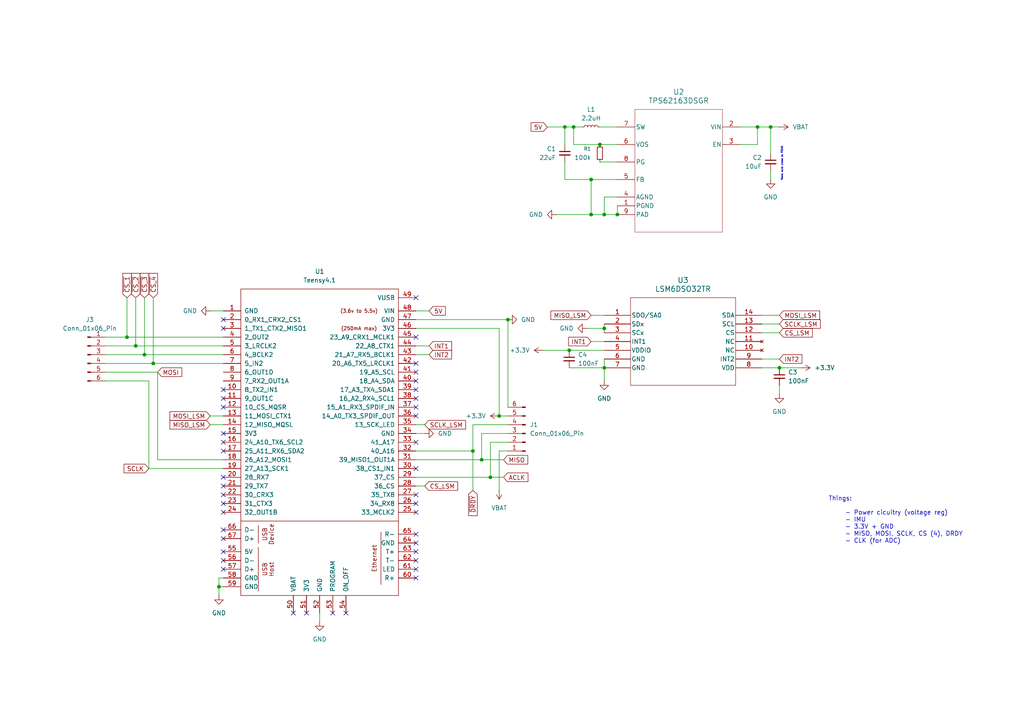
<source format=kicad_sch>
(kicad_sch (version 20250114) (generator "eeschema") (generator_version "9.0")
  (paper "A4")
  (lib_symbols
    (symbol "Connector:Conn_01x06_Pin" (pin_names (offset 1.016) (hide yes))
      (property "Reference" "J" (at 0 7.62 0))
      (property "Value" "Conn_01x06_Pin" (at 0 -10.16 0))
      (symbol "Conn_01x06_Pin_1_1"
        (rectangle (start 0.8636 5.207) (end 0 4.953) (stroke (width 0.1524)) (fill (type outline)))
        (rectangle (start 0.8636 2.667) (end 0 2.413) (stroke (width 0.1524)) (fill (type outline)))
        (rectangle (start 0.8636 0.127) (end 0 -0.127) (stroke (width 0.1524)) (fill (type outline)))
        (rectangle (start 0.8636 -2.413) (end 0 -2.667) (stroke (width 0.1524)) (fill (type outline)))
        (rectangle (start 0.8636 -4.953) (end 0 -5.207) (stroke (width 0.1524)) (fill (type outline)))
        (rectangle (start 0.8636 -7.493) (end 0 -7.747) (stroke (width 0.1524)) (fill (type outline)))
        (polyline (pts (xy 1.27 5.08) (xy 0.8636 5.08)) (stroke (width 0.1524)))
        (polyline (pts (xy 1.27 2.54) (xy 0.8636 2.54)) (stroke (width 0.1524)))
        (polyline (pts (xy 1.27 0) (xy 0.8636 0)) (stroke (width 0.1524)))
        (polyline (pts (xy 1.27 -2.54) (xy 0.8636 -2.54)) (stroke (width 0.1524)))
        (polyline (pts (xy 1.27 -5.08) (xy 0.8636 -5.08)) (stroke (width 0.1524)))
        (polyline (pts (xy 1.27 -7.62) (xy 0.8636 -7.62)) (stroke (width 0.1524)))
        (pin passive line (at 5.08 5.08 180) (length 3.81) (name "Pin_1") (number "1"))
        (pin passive line (at 5.08 2.54 180) (length 3.81) (name "Pin_2") (number "2"))
        (pin passive line (at 5.08 0 180) (length 3.81) (name "Pin_3") (number "3"))
        (pin passive line (at 5.08 -2.54 180) (length 3.81) (name "Pin_4") (number "4"))
        (pin passive line (at 5.08 -5.08 180) (length 3.81) (name "Pin_5") (number "5"))
        (pin passive line (at 5.08 -7.62 180) (length 3.81) (name "Pin_6") (number "6"))
      )
    )
    (symbol "Device:C_Small" (pin_numbers (hide yes)) (pin_names (offset 0.254) (hide yes))
      (property "Reference" "C" (at 0.254 1.778 0))
      (property "Value" "C_Small" (at 0.254 -2.032 0))
      (symbol "C_Small_0_1"
        (polyline (pts (xy -1.524 0.508) (xy 1.524 0.508)) (stroke (width 0.3048)))
        (polyline (pts (xy -1.524 -0.508) (xy 1.524 -0.508)) (stroke (width 0.3302)))
      )
      (symbol "C_Small_1_1"
        (pin passive line (at 0 2.54 270) (length 2.032) (name "~") (number "1"))
        (pin passive line (at 0 -2.54 90) (length 2.032) (name "~") (number "2"))
      )
    )
    (symbol "Device:L_Small" (pin_numbers (hide yes)) (pin_names (offset 0.254) (hide yes))
      (property "Reference" "L" (at 0.762 1.016 0))
      (property "Value" "L_Small" (at 0.762 -1.016 0))
      (symbol "L_Small_0_1"
        (arc (start 0 2.032) (mid 0.5058 1.524) (end 0 1.016))
        (arc (start 0 1.016) (mid 0.5058 0.508) (end 0 0))
        (arc (start 0 0) (mid 0.5058 -0.508) (end 0 -1.016))
        (arc (start 0 -1.016) (mid 0.5058 -1.524) (end 0 -2.032))
      )
      (symbol "L_Small_1_1"
        (pin passive line (at 0 2.54 270) (length 0.508) (name "~") (number "1"))
        (pin passive line (at 0 -2.54 90) (length 0.508) (name "~") (number "2"))
      )
    )
    (symbol "Device:R_Small" (pin_numbers (hide yes)) (pin_names (offset 0.254) (hide yes))
      (property "Reference" "R" (at 0 0 90))
      (property "Value" "R_Small" (at 1.778 0 90))
      (symbol "R_Small_0_1"
        (rectangle (start -0.762 1.778) (end 0.762 -1.778) (stroke (width 0.2032)))
      )
      (symbol "R_Small_1_1"
        (pin passive line (at 0 2.54 270) (length 0.762) (name "~") (number "1"))
        (pin passive line (at 0 -2.54 90) (length 0.762) (name "~") (number "2"))
      )
    )
    (symbol "breakout_lib:LSM6DSO32TR" (pin_names (offset 0.254))
      (property "Reference" "U" (at 22.86 10.16 0))
      (property "Value" "LSM6DSO32TR" (at 22.86 7.62 0))
      (symbol "LSM6DSO32TR_0_1"
        (polyline (pts (xy 7.62 5.08) (xy 7.62 -20.32)) (stroke (width 0.127)))
        (polyline (pts (xy 7.62 -20.32) (xy 38.1 -20.32)) (stroke (width 0.127)))
        (polyline (pts (xy 38.1 5.08) (xy 7.62 5.08)) (stroke (width 0.127)))
        (polyline (pts (xy 38.1 -20.32) (xy 38.1 5.08)) (stroke (width 0.127)))
        (pin bidirectional line (at 0 0 0) (length 7.62) (name "SDO/SA0") (number "1"))
        (pin unspecified line (at 0 -2.54 0) (length 7.62) (name "SDx") (number "2"))
        (pin unspecified line (at 0 -5.08 0) (length 7.62) (name "SCx") (number "3"))
        (pin output line (at 0 -7.62 0) (length 7.62) (name "INT1") (number "4"))
        (pin power_in line (at 0 -10.16 0) (length 7.62) (name "VDDIO") (number "5"))
        (pin power_out line (at 0 -12.7 0) (length 7.62) (name "GND") (number "6"))
        (pin power_out line (at 0 -15.24 0) (length 7.62) (name "GND") (number "7"))
        (pin bidirectional line (at 45.72 0 180) (length 7.62) (name "SDA") (number "14"))
        (pin input line (at 45.72 -2.54 180) (length 7.62) (name "SCL") (number "13"))
        (pin input line (at 45.72 -5.08 180) (length 7.62) (name "CS") (number "12"))
        (pin no_connect line (at 45.72 -7.62 180) (length 7.62) (name "NC") (number "11"))
        (pin no_connect line (at 45.72 -10.16 180) (length 7.62) (name "NC") (number "10"))
        (pin output line (at 45.72 -12.7 180) (length 7.62) (name "INT2") (number "9"))
        (pin power_in line (at 45.72 -15.24 180) (length 7.62) (name "VDD") (number "8"))
      )
    )
    (symbol "breakout_lib:TPS62163DSGR" (pin_names (offset 0.254))
      (property "Reference" "U" (at 0 2.54 0))
      (property "Value" "TPS62163DSGR" (at 0 0 0))
      (symbol "TPS62163DSGR_0_1"
        (polyline (pts (xy -12.7 17.78) (xy -12.7 -17.78)) (stroke (width 0.1016)))
        (polyline (pts (xy -12.7 -17.78) (xy 12.7 -17.78)) (stroke (width 0.1016)))
        (polyline (pts (xy 12.7 17.78) (xy -12.7 17.78)) (stroke (width 0.1016)))
        (polyline (pts (xy 12.7 -17.78) (xy 12.7 17.78)) (stroke (width 0.1016)))
        (pin power_in line (at -17.78 12.7 0) (length 5.08) (name "VIN") (number "2"))
        (pin input line (at -17.78 7.62 0) (length 5.08) (name "EN") (number "3"))
        (pin input line (at 17.78 7.62 180) (length 5.08) (name "VOS") (number "6"))
        (pin tri_state line (at 17.78 2.54 180) (length 5.08) (name "PG") (number "8"))
        (pin input line (at 17.78 -2.54 180) (length 5.08) (name "FB") (number "5"))
      )
      (symbol "TPS62163DSGR_1_1"
        (pin power_out line (at 17.78 12.7 180) (length 5.08) (name "SW") (number "7"))
        (pin bidirectional line (at 17.78 -7.62 180) (length 5.08) (name "AGND") (number "4"))
        (pin bidirectional line (at 17.78 -10.16 180) (length 5.08) (name "PGND") (number "1"))
        (pin bidirectional line (at 17.78 -12.7 180) (length 5.08) (name "PAD") (number "9"))
      )
    )
    (symbol "power:+3.3V" (power) (pin_numbers (hide yes)) (pin_names (offset 0) (hide yes))
      (property "Value" "+3.3V" (at 0 3.556 0))
      (symbol "+3.3V_0_1"
        (polyline (pts (xy -0.762 1.27) (xy 0 2.54)))
        (polyline (pts (xy 0 2.54) (xy 0.762 1.27)))
        (polyline (pts (xy 0 0) (xy 0 2.54)))
      )
      (symbol "+3.3V_1_1"
        (pin power_in line (at 0 0 90) (length 0) (name "~") (number "1"))
      )
    )
    (symbol "power:GND" (power) (pin_numbers (hide yes)) (pin_names (offset 0) (hide yes))
      (property "Value" "GND" (at 0 -3.81 0))
      (symbol "GND_0_1"
        (polyline (pts (xy 0 0) (xy 0 -1.27) (xy 1.27 -1.27) (xy 0 -2.54) (xy -1.27 -1.27) (xy 0 -1.27)))
      )
      (symbol "GND_1_1"
        (pin power_in line (at 0 0 270) (length 0) (name "~") (number "1"))
      )
    )
    (symbol "power:VCC" (power) (pin_numbers (hide yes)) (pin_names (offset 0) (hide yes))
      (property "Value" "VCC" (at 0 3.556 0))
      (symbol "VCC_0_1"
        (polyline (pts (xy -0.762 1.27) (xy 0 2.54)))
        (polyline (pts (xy 0 2.54) (xy 0.762 1.27)))
        (polyline (pts (xy 0 0) (xy 0 2.54)))
      )
      (symbol "VCC_1_1"
        (pin power_in line (at 0 0 90) (length 0) (name "~") (number "1"))
      )
    )
    (symbol "teensy:Teensy4.1" (pin_names (offset 1.016))
      (property "Reference" "U" (at 0 64.77 0))
      (property "Value" "Teensy4.1" (at 0 62.23 0))
      (symbol "Teensy4.1_0_0"
        (polyline (pts (xy -22.86 -6.35) (xy 22.86 -6.35)))
        (polyline (pts (xy -17.78 -7.62) (xy -17.78 -12.7)))
        (polyline (pts (xy -17.78 -26.67) (xy -17.78 -13.97)))
        (polyline (pts (xy 17.78 -9.525) (xy 17.78 -24.765)))
        (text "USB" (at -15.875 -10.16 900) (effects (font (size 1.27 1.27))))
        (text "USB" (at -15.875 -20.32 900) (effects (font (size 1.27 1.27))))
        (text "Device" (at -13.97 -10.16 900) (effects (font (size 1.27 1.27))))
        (text "Host" (at -13.97 -20.32 900) (effects (font (size 1.27 1.27))))
        (text "(3.6v to 5.5v)" (at 11.43 54.61 0) (effects (font (size 1.016 1.016))))
        (text "(250mA max)" (at 11.43 49.53 0) (effects (font (size 1.016 1.016))))
        (text "Ethernet" (at 15.875 -17.145 900) (effects (font (size 1.27 1.27))))
        (pin bidirectional line (at -27.94 44.45 0) (length 5.08) (name "3_LRCLK2") (number "5"))
        (pin bidirectional line (at -27.94 41.91 0) (length 5.08) (name "4_BCLK2") (number "6"))
        (pin bidirectional line (at -27.94 39.37 0) (length 5.08) (name "5_IN2") (number "7"))
        (pin bidirectional line (at -27.94 36.83 0) (length 5.08) (name "6_OUT1D") (number "8"))
        (pin bidirectional line (at -27.94 34.29 0) (length 5.08) (name "7_RX2_OUT1A") (number "9"))
        (pin bidirectional line (at -27.94 31.75 0) (length 5.08) (name "8_TX2_IN1") (number "10"))
        (pin bidirectional line (at -27.94 29.21 0) (length 5.08) (name "9_OUT1C") (number "11"))
        (pin bidirectional line (at -27.94 26.67 0) (length 5.08) (name "10_CS_MQSR") (number "12"))
        (pin bidirectional line (at -27.94 24.13 0) (length 5.08) (name "11_MOSI_CTX1") (number "13"))
        (pin bidirectional line (at -27.94 21.59 0) (length 5.08) (name "12_MISO_MQSL") (number "14"))
        (pin power_in line (at -27.94 19.05 0) (length 5.08) (name "3V3") (number "15"))
        (pin bidirectional line (at -27.94 16.51 0) (length 5.08) (name "24_A10_TX6_SCL2") (number "16"))
        (pin bidirectional line (at -27.94 13.97 0) (length 5.08) (name "25_A11_RX6_SDA2") (number "17"))
        (pin bidirectional line (at -27.94 11.43 0) (length 5.08) (name "26_A12_MOSI1") (number "18"))
        (pin bidirectional line (at -27.94 8.89 0) (length 5.08) (name "27_A13_SCK1") (number "19"))
        (pin bidirectional line (at -27.94 6.35 0) (length 5.08) (name "28_RX7") (number "20"))
        (pin bidirectional line (at -27.94 3.81 0) (length 5.08) (name "29_TX7") (number "21"))
        (pin bidirectional line (at -27.94 1.27 0) (length 5.08) (name "30_CRX3") (number "22"))
        (pin bidirectional line (at -27.94 -1.27 0) (length 5.08) (name "31_CTX3") (number "23"))
        (pin bidirectional line (at -27.94 -3.81 0) (length 5.08) (name "32_OUT1B") (number "24"))
        (pin bidirectional line (at -27.94 -8.89 0) (length 5.08) (name "D-") (number "66"))
        (pin bidirectional line (at -27.94 -11.43 0) (length 5.08) (name "D+") (number "67"))
        (pin power_out line (at -27.94 -15.24 0) (length 5.08) (name "5V") (number "55"))
        (pin bidirectional line (at -27.94 -17.78 0) (length 5.08) (name "D-") (number "56"))
        (pin bidirectional line (at -27.94 -20.32 0) (length 5.08) (name "D+") (number "57"))
        (pin power_in line (at -27.94 -22.86 0) (length 5.08) (name "GND") (number "58"))
        (pin power_in line (at -27.94 -25.4 0) (length 5.08) (name "GND") (number "59"))
        (pin power_in line (at -7.62 -33.02 90) (length 5.08) (name "VBAT") (number "50"))
        (pin power_in line (at -3.81 -33.02 90) (length 5.08) (name "3V3") (number "51"))
        (pin input line (at 0 -33.02 90) (length 5.08) (name "GND") (number "52"))
        (pin input line (at 3.81 -33.02 90) (length 5.08) (name "PROGRAM") (number "53"))
        (pin input line (at 7.62 -33.02 90) (length 5.08) (name "ON_OFF") (number "54"))
        (pin power_out line (at 27.94 58.42 180) (length 5.08) (name "VUSB") (number "49"))
        (pin power_in line (at 27.94 54.61 180) (length 5.08) (name "VIN") (number "48"))
        (pin output line (at 27.94 52.07 180) (length 5.08) (name "GND") (number "47"))
        (pin output line (at 27.94 49.53 180) (length 5.08) (name "3V3") (number "46"))
        (pin bidirectional line (at 27.94 46.99 180) (length 5.08) (name "23_A9_CRX1_MCLK1") (number "45"))
        (pin bidirectional line (at 27.94 44.45 180) (length 5.08) (name "22_A8_CTX1") (number "44"))
        (pin bidirectional line (at 27.94 41.91 180) (length 5.08) (name "21_A7_RX5_BCLK1") (number "43"))
        (pin bidirectional line (at 27.94 39.37 180) (length 5.08) (name "20_A6_TX5_LRCLK1") (number "42"))
        (pin bidirectional line (at 27.94 36.83 180) (length 5.08) (name "19_A5_SCL") (number "41"))
        (pin bidirectional line (at 27.94 34.29 180) (length 5.08) (name "18_A4_SDA") (number "40"))
        (pin bidirectional line (at 27.94 31.75 180) (length 5.08) (name "17_A3_TX4_SDA1") (number "39"))
        (pin bidirectional line (at 27.94 29.21 180) (length 5.08) (name "16_A2_RX4_SCL1") (number "38"))
        (pin bidirectional line (at 27.94 26.67 180) (length 5.08) (name "15_A1_RX3_SPDIF_IN") (number "37"))
        (pin bidirectional line (at 27.94 24.13 180) (length 5.08) (name "14_A0_TX3_SPDIF_OUT") (number "36"))
        (pin bidirectional line (at 27.94 21.59 180) (length 5.08) (name "13_SCK_LED") (number "35"))
        (pin bidirectional line (at 27.94 16.51 180) (length 5.08) (name "41_A17") (number "33"))
        (pin bidirectional line (at 27.94 13.97 180) (length 5.08) (name "40_A16") (number "32"))
        (pin bidirectional line (at 27.94 11.43 180) (length 5.08) (name "39_MISO1_OUT1A") (number "31"))
        (pin bidirectional line (at 27.94 8.89 180) (length 5.08) (name "38_CS1_IN1") (number "30"))
        (pin bidirectional line (at 27.94 6.35 180) (length 5.08) (name "37_CS") (number "29"))
        (pin bidirectional line (at 27.94 3.81 180) (length 5.08) (name "36_CS") (number "28"))
        (pin bidirectional line (at 27.94 1.27 180) (length 5.08) (name "35_TX8") (number "27"))
        (pin bidirectional line (at 27.94 -1.27 180) (length 5.08) (name "34_RX8") (number "26"))
        (pin bidirectional line (at 27.94 -3.81 180) (length 5.08) (name "33_MCLK2") (number "25"))
        (pin bidirectional line (at 27.94 -10.16 180) (length 5.08) (name "R-") (number "65"))
        (pin power_in line (at 27.94 -12.7 180) (length 5.08) (name "GND") (number "64"))
        (pin bidirectional line (at 27.94 -15.24 180) (length 5.08) (name "T+") (number "63"))
        (pin bidirectional line (at 27.94 -17.78 180) (length 5.08) (name "T-") (number "62"))
        (pin bidirectional line (at 27.94 -20.32 180) (length 5.08) (name "LED") (number "61"))
        (pin bidirectional line (at 27.94 -22.86 180) (length 5.08) (name "R+") (number "60"))
      )
      (symbol "Teensy4.1_0_1"
        (rectangle (start -22.86 60.96) (end 22.86 -27.94))
        (rectangle (start -20.32 -1.27) (end -20.32 -1.27))
      )
      (symbol "Teensy4.1_1_1"
        (pin power_in line (at -27.94 54.61 0) (length 5.08) (name "GND") (number "1"))
        (pin bidirectional line (at -27.94 52.07 0) (length 5.08) (name "0_RX1_CRX2_CS1") (number "2"))
        (pin bidirectional line (at -27.94 49.53 0) (length 5.08) (name "1_TX1_CTX2_MISO1") (number "3"))
        (pin bidirectional line (at -27.94 46.99 0) (length 5.08) (name "2_OUT2") (number "4"))
        (pin power_in line (at 27.94 19.05 180) (length 5.08) (name "GND") (number "34"))
      )
    )
  )
  (text "Things: \n\n	- Power cicuitry (voltage reg)\n	- IMU\n	- 3.3V + GND\n	- MISO, MOSI, SCLK, CS (4), DRDY\n	- CLK (for ADC) \n" (at 240.284 150.876 0) (effects (font (size 1.27 1.27)) (justify left)))
  (text "Make sure close to PGND\n" (at 226.822 47.498 90) (effects (font (size 0.508 0.508))))
  (junction (at 39.37 100.33))
  (junction (at 219.71 36.83))
  (junction (at 139.7 133.35))
  (junction (at 44.45 105.41))
  (junction (at 166.37 36.83))
  (junction (at 171.45 52.07))
  (junction (at 175.26 95.25))
  (junction (at 226.06 106.68))
  (junction (at 179.07 62.23))
  (junction (at 175.26 62.23))
  (junction (at 137.16 130.81))
  (junction (at 171.45 62.23))
  (junction (at 163.83 36.83))
  (junction (at 173.99 41.91))
  (junction (at 63.5 170.18))
  (junction (at 144.78 120.65))
  (junction (at 147.32 92.71))
  (junction (at 223.52 36.83))
  (junction (at 165.1 101.6))
  (junction (at 175.26 106.68))
  (junction (at 41.91 102.87))
  (junction (at 142.24 138.43))
  (junction (at 36.83 97.79))
  (no_connect (at 64.77 156.21))
  (no_connect (at 64.77 146.05))
  (no_connect (at 120.65 167.64))
  (no_connect (at 120.65 115.57))
  (no_connect (at 64.77 92.71))
  (no_connect (at 64.77 153.67))
  (no_connect (at 64.77 95.25))
  (no_connect (at 120.65 165.1))
  (no_connect (at 64.77 138.43))
  (no_connect (at 120.65 97.79))
  (no_connect (at 64.77 118.11))
  (no_connect (at 64.77 143.51))
  (no_connect (at 64.77 140.97))
  (no_connect (at 120.65 148.59))
  (no_connect (at 120.65 113.03))
  (no_connect (at 64.77 115.57))
  (no_connect (at 120.65 157.48))
  (no_connect (at 96.52 177.8))
  (no_connect (at 64.77 160.02))
  (no_connect (at 64.77 162.56))
  (no_connect (at 120.65 110.49))
  (no_connect (at 64.77 130.81))
  (no_connect (at 64.77 125.73))
  (no_connect (at 120.65 162.56))
  (no_connect (at 120.65 105.41))
  (no_connect (at 120.65 154.94))
  (no_connect (at 64.77 148.59))
  (no_connect (at 120.65 160.02))
  (no_connect (at 64.77 165.1))
  (no_connect (at 120.65 146.05))
  (no_connect (at 120.65 107.95))
  (no_connect (at 120.65 86.36))
  (no_connect (at 64.77 113.03))
  (no_connect (at 120.65 135.89))
  (no_connect (at 120.65 120.65))
  (no_connect (at 120.65 128.27))
  (no_connect (at 64.77 128.27))
  (no_connect (at 100.33 177.8))
  (no_connect (at 120.65 118.11))
  (no_connect (at 88.9 177.8))
  (no_connect (at 120.65 143.51))
  (no_connect (at 85.09 177.8))
  (wire (pts (xy 226.06 36.83) (xy 223.52 36.83)))
  (wire (pts (xy 166.37 36.83) (xy 163.83 36.83)))
  (wire (pts (xy 63.5 167.64) (xy 64.77 167.64)))
  (wire (pts (xy 137.16 130.81) (xy 137.16 123.19)))
  (wire (pts (xy 142.24 128.27) (xy 147.32 128.27)))
  (wire (pts (xy 120.65 130.81) (xy 137.16 130.81)))
  (wire (pts (xy 175.26 106.68) (xy 165.1 106.68)))
  (wire (pts (xy 139.7 133.35) (xy 139.7 125.73)))
  (wire (pts (xy 63.5 170.18) (xy 63.5 167.64)))
  (wire (pts (xy 142.24 138.43) (xy 146.05 138.43)))
  (wire (pts (xy 175.26 62.23) (xy 171.45 62.23)))
  (wire (pts (xy 142.24 138.43) (xy 142.24 128.27)))
  (wire (pts (xy 220.98 93.98) (xy 226.06 93.98)))
  (wire (pts (xy 175.26 106.68) (xy 175.26 110.49)))
  (wire (pts (xy 45.72 133.35) (xy 64.77 133.35)))
  (wire (pts (xy 220.98 104.14) (xy 226.06 104.14)))
  (wire (pts (xy 120.65 102.87) (xy 124.46 102.87)))
  (wire (pts (xy 179.07 62.23) (xy 179.07 59.69)))
  (wire (pts (xy 41.91 102.87) (xy 64.77 102.87)))
  (wire (pts (xy 63.5 170.18) (xy 64.77 170.18)))
  (wire (pts (xy 39.37 100.33) (xy 64.77 100.33)))
  (wire (pts (xy 139.7 133.35) (xy 146.05 133.35)))
  (wire (pts (xy 179.07 52.07) (xy 171.45 52.07)))
  (wire (pts (xy 43.18 135.89) (xy 64.77 135.89)))
  (wire (pts (xy 179.07 62.23) (xy 175.26 62.23)))
  (wire (pts (xy 147.32 92.71) (xy 147.32 118.11)))
  (wire (pts (xy 60.96 123.19) (xy 64.77 123.19)))
  (wire (pts (xy 163.83 36.83) (xy 163.83 41.91)))
  (wire (pts (xy 147.32 130.81) (xy 144.78 130.81)))
  (wire (pts (xy 44.45 105.41) (xy 64.77 105.41)))
  (wire (pts (xy 120.65 125.73) (xy 123.19 125.73)))
  (wire (pts (xy 226.06 111.76) (xy 226.06 114.3)))
  (wire (pts (xy 175.26 95.25) (xy 175.26 96.52)))
  (wire (pts (xy 157.48 101.6) (xy 165.1 101.6)))
  (wire (pts (xy 223.52 36.83) (xy 223.52 44.45)))
  (wire (pts (xy 36.83 86.36) (xy 36.83 97.79)))
  (wire (pts (xy 30.48 102.87) (xy 41.91 102.87)))
  (wire (pts (xy 144.78 130.81) (xy 144.78 142.24)))
  (wire (pts (xy 43.18 110.49) (xy 30.48 110.49)))
  (wire (pts (xy 219.71 36.83) (xy 214.63 36.83)))
  (wire (pts (xy 175.26 93.98) (xy 175.26 95.25)))
  (wire (pts (xy 158.75 36.83) (xy 163.83 36.83)))
  (wire (pts (xy 223.52 36.83) (xy 219.71 36.83)))
  (wire (pts (xy 171.45 52.07) (xy 171.45 62.23)))
  (wire (pts (xy 44.45 86.36) (xy 44.45 105.41)))
  (wire (pts (xy 120.65 123.19) (xy 123.19 123.19)))
  (wire (pts (xy 30.48 100.33) (xy 39.37 100.33)))
  (wire (pts (xy 43.18 135.89) (xy 43.18 110.49)))
  (wire (pts (xy 39.37 86.36) (xy 39.37 100.33)))
  (wire (pts (xy 179.07 57.15) (xy 175.26 57.15)))
  (wire (pts (xy 171.45 52.07) (xy 163.83 52.07)))
  (wire (pts (xy 120.65 133.35) (xy 139.7 133.35)))
  (wire (pts (xy 63.5 172.72) (xy 63.5 170.18)))
  (wire (pts (xy 170.18 95.25) (xy 175.26 95.25)))
  (wire (pts (xy 120.65 140.97) (xy 123.19 140.97)))
  (wire (pts (xy 137.16 123.19) (xy 147.32 123.19)))
  (wire (pts (xy 179.07 36.83) (xy 173.99 36.83)))
  (wire (pts (xy 60.96 120.65) (xy 64.77 120.65)))
  (wire (pts (xy 171.45 99.06) (xy 175.26 99.06)))
  (wire (pts (xy 175.26 57.15) (xy 175.26 62.23)))
  (wire (pts (xy 165.1 101.6) (xy 175.26 101.6)))
  (wire (pts (xy 220.98 91.44) (xy 226.06 91.44)))
  (wire (pts (xy 220.98 106.68) (xy 226.06 106.68)))
  (wire (pts (xy 175.26 104.14) (xy 175.26 106.68)))
  (wire (pts (xy 166.37 41.91) (xy 166.37 36.83)))
  (wire (pts (xy 161.29 62.23) (xy 171.45 62.23)))
  (wire (pts (xy 120.65 95.25) (xy 144.78 95.25)))
  (wire (pts (xy 30.48 107.95) (xy 45.72 107.95)))
  (wire (pts (xy 223.52 49.53) (xy 223.52 52.07)))
  (wire (pts (xy 179.07 46.99) (xy 173.99 46.99)))
  (wire (pts (xy 219.71 41.91) (xy 219.71 36.83)))
  (wire (pts (xy 173.99 41.91) (xy 166.37 41.91)))
  (wire (pts (xy 226.06 106.68) (xy 232.41 106.68)))
  (wire (pts (xy 120.65 90.17) (xy 124.46 90.17)))
  (wire (pts (xy 30.48 105.41) (xy 44.45 105.41)))
  (wire (pts (xy 120.65 100.33) (xy 124.46 100.33)))
  (wire (pts (xy 214.63 41.91) (xy 219.71 41.91)))
  (wire (pts (xy 45.72 107.95) (xy 45.72 133.35)))
  (wire (pts (xy 41.91 86.36) (xy 41.91 102.87)))
  (wire (pts (xy 120.65 138.43) (xy 142.24 138.43)))
  (wire (pts (xy 36.83 97.79) (xy 64.77 97.79)))
  (wire (pts (xy 92.71 177.8) (xy 92.71 180.34)))
  (wire (pts (xy 144.78 95.25) (xy 144.78 120.65)))
  (wire (pts (xy 144.78 120.65) (xy 147.32 120.65)))
  (wire (pts (xy 179.07 41.91) (xy 173.99 41.91)))
  (wire (pts (xy 137.16 130.81) (xy 137.16 142.24)))
  (wire (pts (xy 120.65 92.71) (xy 147.32 92.71)))
  (wire (pts (xy 220.98 96.52) (xy 226.06 96.52)))
  (wire (pts (xy 60.96 90.17) (xy 64.77 90.17)))
  (wire (pts (xy 30.48 97.79) (xy 36.83 97.79)))
  (wire (pts (xy 171.45 91.44) (xy 175.26 91.44)))
  (wire (pts (xy 139.7 125.73) (xy 147.32 125.73)))
  (wire (pts (xy 168.91 36.83) (xy 166.37 36.83)))
  (wire (pts (xy 163.83 52.07) (xy 163.83 46.99)))
  (global_label "CS_LSM" (shape input) (at 123.19 140.97 0) (property "Intersheetrefs" "${INTERSHEET_REFS}" (effects (hide yes))))
  (global_label "SCLK_LSM" (shape input) (at 226.06 93.98 0) (property "Intersheetrefs" "${INTERSHEET_REFS}" (effects (hide yes))))
  (global_label "INT1" (shape input) (at 124.46 100.33 0) (property "Intersheetrefs" "${INTERSHEET_REFS}" (effects (hide yes))))
  (global_label "ACLK" (shape input) (at 146.05 138.43 0) (property "Intersheetrefs" "${INTERSHEET_REFS}" (effects (hide yes))))
  (global_label "MOSI_LSM" (shape input) (at 60.96 120.65 180) (property "Intersheetrefs" "${INTERSHEET_REFS}" (effects (hide yes))))
  (global_label "INT1" (shape input) (at 171.45 99.06 180) (property "Intersheetrefs" "${INTERSHEET_REFS}" (effects (hide yes))))
  (global_label "~{CS_4}" (shape input) (at 44.45 86.36 90) (property "Intersheetrefs" "${INTERSHEET_REFS}" (effects (hide yes))))
  (global_label "MOSI_LSM" (shape input) (at 226.06 91.44 0) (property "Intersheetrefs" "${INTERSHEET_REFS}" (effects (hide yes))))
  (global_label "MISO_LSM" (shape input) (at 171.45 91.44 180) (property "Intersheetrefs" "${INTERSHEET_REFS}" (effects (hide yes))))
  (global_label "SCLK_LSM" (shape input) (at 123.19 123.19 0) (property "Intersheetrefs" "${INTERSHEET_REFS}" (effects (hide yes))))
  (global_label "MISO" (shape input) (at 146.05 133.35 0) (property "Intersheetrefs" "${INTERSHEET_REFS}" (effects (hide yes))))
  (global_label "CS_LSM" (shape input) (at 226.06 96.52 0) (property "Intersheetrefs" "${INTERSHEET_REFS}" (effects (hide yes))))
  (global_label "~{CS_3}" (shape input) (at 41.91 86.36 90) (property "Intersheetrefs" "${INTERSHEET_REFS}" (effects (hide yes))))
  (global_label "5V" (shape input) (at 124.46 90.17 0) (property "Intersheetrefs" "${INTERSHEET_REFS}" (effects (hide yes))))
  (global_label "INT2" (shape input) (at 124.46 102.87 0) (property "Intersheetrefs" "${INTERSHEET_REFS}" (effects (hide yes))))
  (global_label "SCLK" (shape input) (at 43.18 135.89 180) (property "Intersheetrefs" "${INTERSHEET_REFS}" (effects (hide yes))))
  (global_label "MOSI" (shape input) (at 45.72 107.95 0) (property "Intersheetrefs" "${INTERSHEET_REFS}" (effects (hide yes))))
  (global_label "5V" (shape input) (at 158.75 36.83 180) (property "Intersheetrefs" "${INTERSHEET_REFS}" (effects (hide yes))))
  (global_label "~{DRDY}" (shape input) (at 137.16 142.24 270) (property "Intersheetrefs" "${INTERSHEET_REFS}" (effects (hide yes))))
  (global_label "MISO_LSM" (shape input) (at 60.96 123.19 180) (property "Intersheetrefs" "${INTERSHEET_REFS}" (effects (hide yes))))
  (global_label "~{CS_2}" (shape input) (at 39.37 86.36 90) (property "Intersheetrefs" "${INTERSHEET_REFS}" (effects (hide yes))))
  (global_label "~{CS_1}" (shape input) (at 36.83 86.36 90) (property "Intersheetrefs" "${INTERSHEET_REFS}" (effects (hide yes))))
  (global_label "INT2" (shape input) (at 226.06 104.14 0) (property "Intersheetrefs" "${INTERSHEET_REFS}" (effects (hide yes))))
  (symbol (lib_id "Device:R_Small") (at 173.99 44.45 0) (mirror y) (unit 1)
    (property "Reference" "R1" (at 171.45 43.1799 0) (effects (font (size 1.016 1.016)) (justify left)))
    (property "Value" "100k" (at 171.45 45.7199 0) (effects (justify left)))
    (property "Footprint" "Resistor_SMD:R_0603_1608Metric" (effects (hide yes)))
    (property "Description" "Resistor, small symbol" (effects (hide yes)))
  )
  (symbol (lib_id "power:GND") (at 60.96 90.17 270) (unit 1)
    (property "Reference" "#PWR09" (effects (hide yes)))
    (property "Value" "GND" (at 57.15 90.1699 90) (effects (justify right)))
    (property "Description" "Power symbol creates a global label with name \"GND\" , ground" (effects (hide yes)))
  )
  (symbol (lib_id "Device:C_Small") (at 163.83 44.45 0) (mirror y) (unit 1)
    (property "Reference" "C1" (at 161.29 43.1862 0) (effects (justify left)))
    (property "Value" "22uF" (at 161.29 45.7262 0) (effects (justify left)))
    (property "Footprint" "Capacitor_SMD:C_0805_2012Metric" (effects (hide yes)))
    (property "Description" "Unpolarized capacitor, small symbol" (effects (hide yes)))
  )
  (symbol (lib_id "Connector:Conn_01x06_Pin") (at 25.4 102.87 0) (unit 1)
    (property "Reference" "J3" (at 26.035 92.71 0))
    (property "Value" "Conn_01x06_Pin" (at 26.035 95.25 0))
    (property "Footprint" "Connector_PinHeader_2.54mm:PinHeader_1x06_P2.54mm_Vertical" (effects (hide yes)))
    (property "Description" "Generic connector, single row, 01x06, script generated" (effects (hide yes)))
  )
  (symbol (lib_id "Device:C_Small") (at 226.06 109.22 0) (unit 1)
    (property "Reference" "C3" (at 228.6 107.9562 0) (effects (justify left)))
    (property "Value" "100nF" (at 228.6 110.4962 0) (effects (justify left)))
    (property "Footprint" "Capacitor_SMD:C_0603_1608Metric" (effects (hide yes)))
    (property "Description" "Unpolarized capacitor, small symbol" (effects (hide yes)))
  )
  (symbol (lib_id "power:GND") (at 223.52 52.07 0) (mirror y) (unit 1)
    (property "Reference" "#PWR03" (effects (hide yes)))
    (property "Value" "GND" (at 223.52 57.15 0))
    (property "Description" "Power symbol creates a global label with name \"GND\" , ground" (effects (hide yes)))
  )
  (symbol (lib_id "power:+3.3V") (at 157.48 101.6 90) (unit 1)
    (property "Reference" "#PWR014" (effects (hide yes)))
    (property "Value" "+3.3V" (at 153.67 101.5999 90) (effects (justify left)))
    (property "Description" "Power symbol creates a global label with name \"+3.3V\"" (effects (hide yes)))
  )
  (symbol (lib_id "power:GND") (at 92.71 180.34 0) (unit 1)
    (property "Reference" "#PWR013" (effects (hide yes)))
    (property "Value" "GND" (at 92.71 185.42 0))
    (property "Description" "Power symbol creates a global label with name \"GND\" , ground" (effects (hide yes)))
  )
  (symbol (lib_id "power:GND") (at 123.19 125.73 90) (unit 1)
    (property "Reference" "#PWR04" (effects (hide yes)))
    (property "Value" "GND" (at 127 125.7299 90) (effects (justify right)))
    (property "Description" "Power symbol creates a global label with name \"GND\" , ground" (effects (hide yes)))
  )
  (symbol (lib_id "power:GND") (at 170.18 95.25 270) (unit 1)
    (property "Reference" "#PWR015" (effects (hide yes)))
    (property "Value" "GND" (at 166.37 95.2499 90) (effects (justify right)))
    (property "Description" "Power symbol creates a global label with name \"GND\" , ground" (effects (hide yes)))
  )
  (symbol (lib_id "Device:L_Small") (at 171.45 36.83 270) (mirror x) (unit 1)
    (property "Reference" "L1" (at 171.45 31.75 90))
    (property "Value" "2.2uH" (at 171.45 34.29 90))
    (property "Footprint" "teensy:LCXHF3030QKT2R2MNR" (effects (hide yes)))
    (property "Description" "Inductor, small symbol" (effects (hide yes)))
  )
  (symbol (lib_id "teensy:Teensy4.1") (at 92.71 144.78 0) (unit 1)
    (property "Reference" "U1" (at 92.71 78.74 0))
    (property "Value" "Teensy4.1" (at 92.71 81.28 0))
    (property "Footprint" "teensy:Teensy41" (effects (hide yes)))
  )
  (symbol (lib_id "power:GND") (at 147.32 92.71 90) (unit 1)
    (property "Reference" "#PWR011" (effects (hide yes)))
    (property "Value" "GND" (at 151.13 92.7099 90) (effects (justify right)))
    (property "Description" "Power symbol creates a global label with name \"GND\" , ground" (effects (hide yes)))
  )
  (symbol (lib_id "power:VCC") (at 144.78 142.24 0) (mirror x) (unit 1)
    (property "Reference" "#PWR05" (effects (hide yes)))
    (property "Value" "VBAT" (at 144.78 147.32 0))
    (property "Description" "Power symbol creates a global label with name \"VCC\"" (effects (hide yes)))
  )
  (symbol (lib_id "Device:C_Small") (at 223.52 46.99 0) (mirror y) (unit 1)
    (property "Reference" "C2" (at 220.98 45.7262 0) (effects (justify left)))
    (property "Value" "10uF" (at 220.98 48.2662 0) (effects (justify left)))
    (property "Footprint" "Capacitor_SMD:C_0805_2012Metric" (effects (hide yes)))
    (property "Description" "Unpolarized capacitor, small symbol" (effects (hide yes)))
  )
  (symbol (lib_id "breakout_lib:TPS62163DSGR") (at 196.85 49.53 0) (mirror y) (unit 1)
    (property "Reference" "U2" (at 196.85 26.67 0) (effects (font (size 1.524 1.524))))
    (property "Value" "TPS62163DSGR" (at 196.85 29.21 0) (effects (font (size 1.524 1.524))))
    (property "Footprint" "teensy:TPS62163" (effects (hide yes)))
    (property "Datasheet" "https://www.ti.com/lit/gpn/tps62163" (effects (hide yes)))
  )
  (symbol (lib_id "Connector:Conn_01x06_Pin") (at 152.4 125.73 180) (unit 1)
    (property "Reference" "J1" (at 153.67 123.1899 0) (effects (justify right)))
    (property "Value" "Conn_01x06_Pin" (at 153.67 125.7299 0) (effects (justify right)))
    (property "Footprint" "Connector_PinHeader_2.54mm:PinHeader_1x06_P2.54mm_Vertical" (effects (hide yes)))
    (property "Description" "Generic connector, single row, 01x06, script generated" (effects (hide yes)))
  )
  (symbol (lib_id "power:GND") (at 63.5 172.72 0) (unit 1)
    (property "Reference" "#PWR012" (effects (hide yes)))
    (property "Value" "GND" (at 63.5 177.8 0))
    (property "Description" "Power symbol creates a global label with name \"GND\" , ground" (effects (hide yes)))
  )
  (symbol (lib_id "breakout_lib:LSM6DSO32TR") (at 175.26 91.44 0) (unit 1)
    (property "Reference" "U3" (at 198.12 81.28 0) (effects (font (size 1.524 1.524))))
    (property "Value" "LSM6DSO32TR" (at 198.12 83.82 0) (effects (font (size 1.524 1.524))))
    (property "Footprint" "teensy:LSM6DSO32" (effects (hide yes)))
    (property "Datasheet" "https://www.st.com/resource/en/datasheet/lsm6dso32.pdf" (effects (hide yes)))
  )
  (symbol (lib_id "power:GND") (at 175.26 110.49 0) (unit 1)
    (property "Reference" "#PWR08" (effects (hide yes)))
    (property "Value" "GND" (at 175.26 115.57 0))
    (property "Description" "Power symbol creates a global label with name \"GND\" , ground" (effects (hide yes)))
  )
  (symbol (lib_id "power:VCC") (at 226.06 36.83 270) (unit 1)
    (property "Reference" "#PWR01" (effects (hide yes)))
    (property "Value" "VBAT" (at 229.87 36.8299 90) (effects (justify left)))
    (property "Description" "Power symbol creates a global label with name \"VCC\"" (effects (hide yes)))
  )
  (symbol (lib_id "power:+3.3V") (at 232.41 106.68 270) (unit 1)
    (property "Reference" "#PWR06" (effects (hide yes)))
    (property "Value" "+3.3V" (at 236.22 106.6799 90) (effects (justify left)))
    (property "Description" "Power symbol creates a global label with name \"+3.3V\"" (effects (hide yes)))
  )
  (symbol (lib_id "power:+3.3V") (at 144.78 120.65 90) (unit 1)
    (property "Reference" "#PWR010" (effects (hide yes)))
    (property "Value" "+3.3V" (at 140.97 120.6499 90) (effects (justify left)))
    (property "Description" "Power symbol creates a global label with name \"+3.3V\"" (effects (hide yes)))
  )
  (symbol (lib_id "power:GND") (at 226.06 114.3 0) (unit 1)
    (property "Reference" "#PWR07" (effects (hide yes)))
    (property "Value" "GND" (at 226.06 119.38 0))
    (property "Description" "Power symbol creates a global label with name \"GND\" , ground" (effects (hide yes)))
  )
  (symbol (lib_id "power:GND") (at 161.29 62.23 270) (mirror x) (unit 1)
    (property "Reference" "#PWR02" (effects (hide yes)))
    (property "Value" "GND" (at 157.48 62.2299 90) (effects (justify right)))
    (property "Description" "Power symbol creates a global label with name \"GND\" , ground" (effects (hide yes)))
  )
  (symbol (lib_id "Device:C_Small") (at 165.1 104.14 0) (unit 1)
    (property "Reference" "C4" (at 167.64 102.8762 0) (effects (justify left)))
    (property "Value" "100nF" (at 167.64 105.4162 0) (effects (justify left)))
    (property "Footprint" "Capacitor_SMD:C_0603_1608Metric" (effects (hide yes)))
    (property "Description" "Unpolarized capacitor, small symbol" (effects (hide yes)))
  )
)
</source>
